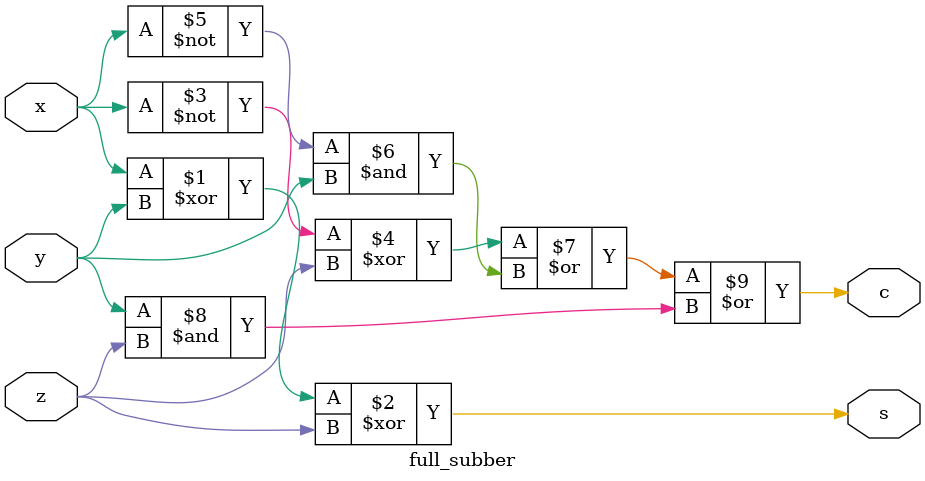
<source format=sv>
module full_subber(input x, y, z,
						output s, c);
						
		assign s = x ^ y ^ z;
		assign c =((~x) ^ z)|((~x) & y)|(y & z);
endmodule 
</source>
